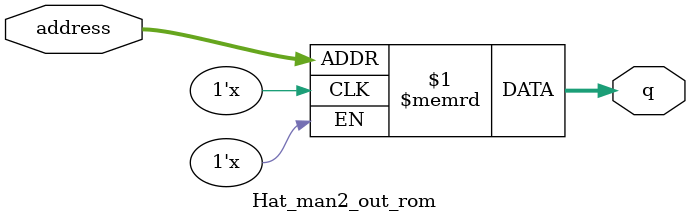
<source format=sv>
module Hat_man2_out_rom (
	input logic [12:0] address,
	output logic [3:0] q
);

logic [3:0] memory [0:4899] /* synthesis ram_init_file = "./Hat_man2_out/Hat_man2_out.mif" */;

assign q = memory[address];

endmodule

</source>
